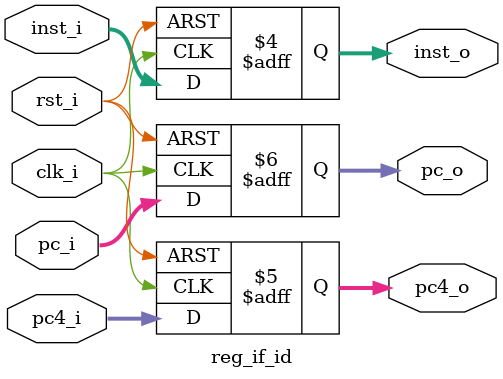
<source format=v>
module reg_if_id (
    input wire        clk_i,
    input wire        rst_i,
    input wire [31:0] inst_i,
    input wire [31:0] pc_i,
    input wire [31:0] pc4_i,
    output reg [31:0] inst_o,
    output reg [31:0] pc_o,
    output reg [31:0] pc4_o
);

    always @ (posedge clk_i or posedge rst_i) begin
        if (rst_i)    pc_o <= 32'b0;
        else          pc_o <= pc_i;
    end

    always @ (posedge clk_i or posedge rst_i) begin
        if (rst_i)    pc4_o <= 32'b0;
        else          pc4_o <= pc4_i;
    end

    always @ (posedge clk_i or posedge rst_i) begin
        if (rst_i)    inst_o <= 32'b0;
        else          inst_o <= inst_i;
    end

endmodule
</source>
